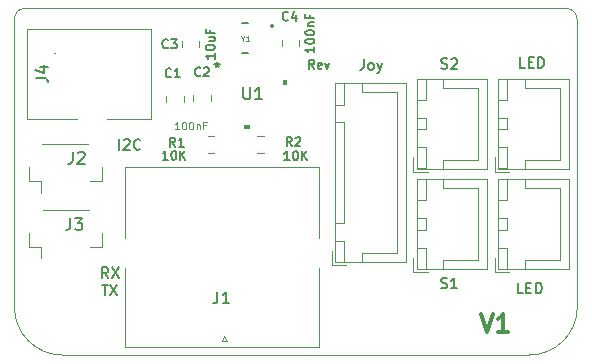
<source format=gbr>
G04 #@! TF.GenerationSoftware,KiCad,Pcbnew,(5.1.5)-3*
G04 #@! TF.CreationDate,2021-12-12T15:29:12-06:00*
G04 #@! TF.ProjectId,InputJoyStickSTM32QFN28,496e7075-744a-46f7-9953-7469636b5354,rev?*
G04 #@! TF.SameCoordinates,Original*
G04 #@! TF.FileFunction,Legend,Top*
G04 #@! TF.FilePolarity,Positive*
%FSLAX46Y46*%
G04 Gerber Fmt 4.6, Leading zero omitted, Abs format (unit mm)*
G04 Created by KiCad (PCBNEW (5.1.5)-3) date 2021-12-12 15:29:12*
%MOMM*%
%LPD*%
G04 APERTURE LIST*
%ADD10C,0.187500*%
%ADD11C,0.152400*%
%ADD12C,0.050000*%
%ADD13C,0.300000*%
%ADD14C,0.120000*%
%ADD15C,0.100000*%
%ADD16C,0.127000*%
%ADD17C,0.200000*%
%ADD18C,0.150000*%
%ADD19C,0.114300*%
%ADD20C,0.120132*%
G04 APERTURE END LIST*
D10*
X162186166Y-89713166D02*
X162186166Y-90348166D01*
X162143833Y-90475166D01*
X162059166Y-90559833D01*
X161932166Y-90602166D01*
X161847500Y-90602166D01*
X162736500Y-90602166D02*
X162651833Y-90559833D01*
X162609500Y-90517500D01*
X162567166Y-90432833D01*
X162567166Y-90178833D01*
X162609500Y-90094166D01*
X162651833Y-90051833D01*
X162736500Y-90009500D01*
X162863500Y-90009500D01*
X162948166Y-90051833D01*
X162990500Y-90094166D01*
X163032833Y-90178833D01*
X163032833Y-90432833D01*
X162990500Y-90517500D01*
X162948166Y-90559833D01*
X162863500Y-90602166D01*
X162736500Y-90602166D01*
X163329166Y-90009500D02*
X163540833Y-90602166D01*
X163752500Y-90009500D02*
X163540833Y-90602166D01*
X163456166Y-90813833D01*
X163413833Y-90856166D01*
X163329166Y-90898500D01*
D11*
X175628500Y-109502166D02*
X175205166Y-109502166D01*
X175205166Y-108613166D01*
X175924833Y-109036500D02*
X176221166Y-109036500D01*
X176348166Y-109502166D02*
X175924833Y-109502166D01*
X175924833Y-108613166D01*
X176348166Y-108613166D01*
X176729166Y-109502166D02*
X176729166Y-108613166D01*
X176940833Y-108613166D01*
X177067833Y-108655500D01*
X177152500Y-108740166D01*
X177194833Y-108824833D01*
X177237166Y-108994166D01*
X177237166Y-109121166D01*
X177194833Y-109290500D01*
X177152500Y-109375166D01*
X177067833Y-109459833D01*
X176940833Y-109502166D01*
X176729166Y-109502166D01*
X175828500Y-90402166D02*
X175405166Y-90402166D01*
X175405166Y-89513166D01*
X176124833Y-89936500D02*
X176421166Y-89936500D01*
X176548166Y-90402166D02*
X176124833Y-90402166D01*
X176124833Y-89513166D01*
X176548166Y-89513166D01*
X176929166Y-90402166D02*
X176929166Y-89513166D01*
X177140833Y-89513166D01*
X177267833Y-89555500D01*
X177352500Y-89640166D01*
X177394833Y-89724833D01*
X177437166Y-89894166D01*
X177437166Y-90021166D01*
X177394833Y-90190500D01*
X177352500Y-90275166D01*
X177267833Y-90359833D01*
X177140833Y-90402166D01*
X176929166Y-90402166D01*
D10*
X168722666Y-90459833D02*
X168849666Y-90502166D01*
X169061333Y-90502166D01*
X169146000Y-90459833D01*
X169188333Y-90417500D01*
X169230666Y-90332833D01*
X169230666Y-90248166D01*
X169188333Y-90163500D01*
X169146000Y-90121166D01*
X169061333Y-90078833D01*
X168892000Y-90036500D01*
X168807333Y-89994166D01*
X168765000Y-89951833D01*
X168722666Y-89867166D01*
X168722666Y-89782500D01*
X168765000Y-89697833D01*
X168807333Y-89655500D01*
X168892000Y-89613166D01*
X169103666Y-89613166D01*
X169230666Y-89655500D01*
X169569333Y-89697833D02*
X169611666Y-89655500D01*
X169696333Y-89613166D01*
X169908000Y-89613166D01*
X169992666Y-89655500D01*
X170035000Y-89697833D01*
X170077333Y-89782500D01*
X170077333Y-89867166D01*
X170035000Y-89994166D01*
X169527000Y-90502166D01*
X170077333Y-90502166D01*
D12*
X179279873Y-85389743D02*
G75*
G02X180239940Y-86360000I-5095J-965162D01*
G01*
X132588000Y-86296602D02*
G75*
G02X133489685Y-85389720I901685J5182D01*
G01*
D11*
X140517033Y-108193416D02*
X140220700Y-107770083D01*
X140009033Y-108193416D02*
X140009033Y-107304416D01*
X140347700Y-107304416D01*
X140432366Y-107346750D01*
X140474700Y-107389083D01*
X140517033Y-107473750D01*
X140517033Y-107600750D01*
X140474700Y-107685416D01*
X140432366Y-107727750D01*
X140347700Y-107770083D01*
X140009033Y-107770083D01*
X140813366Y-107304416D02*
X141406033Y-108193416D01*
X141406033Y-107304416D02*
X140813366Y-108193416D01*
X139987866Y-108790316D02*
X140495866Y-108790316D01*
X140241866Y-109679316D02*
X140241866Y-108790316D01*
X140707533Y-108790316D02*
X141300200Y-109679316D01*
X141300200Y-108790316D02*
X140707533Y-109679316D01*
D13*
X172085714Y-111278571D02*
X172585714Y-112778571D01*
X173085714Y-111278571D01*
X174371428Y-112778571D02*
X173514285Y-112778571D01*
X173942857Y-112778571D02*
X173942857Y-111278571D01*
X173800000Y-111492857D01*
X173657142Y-111635714D01*
X173514285Y-111707142D01*
D11*
X141448366Y-97353966D02*
X141448366Y-96464966D01*
X141829366Y-96549633D02*
X141871700Y-96507300D01*
X141956366Y-96464966D01*
X142168033Y-96464966D01*
X142252700Y-96507300D01*
X142295033Y-96549633D01*
X142337366Y-96634300D01*
X142337366Y-96718966D01*
X142295033Y-96845966D01*
X141787033Y-97353966D01*
X142337366Y-97353966D01*
X143226366Y-97269300D02*
X143184033Y-97311633D01*
X143057033Y-97353966D01*
X142972366Y-97353966D01*
X142845366Y-97311633D01*
X142760700Y-97226966D01*
X142718366Y-97142300D01*
X142676033Y-96972966D01*
X142676033Y-96845966D01*
X142718366Y-96676633D01*
X142760700Y-96591966D01*
X142845366Y-96507300D01*
X142972366Y-96464966D01*
X143057033Y-96464966D01*
X143184033Y-96507300D01*
X143226366Y-96549633D01*
X157985460Y-90486774D02*
X157731460Y-90123917D01*
X157550031Y-90486774D02*
X157550031Y-89724774D01*
X157840317Y-89724774D01*
X157912888Y-89761060D01*
X157949174Y-89797345D01*
X157985460Y-89869917D01*
X157985460Y-89978774D01*
X157949174Y-90051345D01*
X157912888Y-90087631D01*
X157840317Y-90123917D01*
X157550031Y-90123917D01*
X158602317Y-90450488D02*
X158529745Y-90486774D01*
X158384602Y-90486774D01*
X158312031Y-90450488D01*
X158275745Y-90377917D01*
X158275745Y-90087631D01*
X158312031Y-90015060D01*
X158384602Y-89978774D01*
X158529745Y-89978774D01*
X158602317Y-90015060D01*
X158638602Y-90087631D01*
X158638602Y-90160202D01*
X158275745Y-90232774D01*
X158892602Y-89978774D02*
X159074031Y-90486774D01*
X159255460Y-89978774D01*
D10*
X168722666Y-109059833D02*
X168849666Y-109102166D01*
X169061333Y-109102166D01*
X169146000Y-109059833D01*
X169188333Y-109017500D01*
X169230666Y-108932833D01*
X169230666Y-108848166D01*
X169188333Y-108763500D01*
X169146000Y-108721166D01*
X169061333Y-108678833D01*
X168892000Y-108636500D01*
X168807333Y-108594166D01*
X168765000Y-108551833D01*
X168722666Y-108467166D01*
X168722666Y-108382500D01*
X168765000Y-108297833D01*
X168807333Y-108255500D01*
X168892000Y-108213166D01*
X169103666Y-108213166D01*
X169230666Y-108255500D01*
X170077333Y-109102166D02*
X169569333Y-109102166D01*
X169823333Y-109102166D02*
X169823333Y-108213166D01*
X169738666Y-108340166D01*
X169654000Y-108424833D01*
X169569333Y-108467166D01*
D12*
X132588000Y-110680500D02*
X132588000Y-86296602D01*
X136652000Y-114744500D02*
G75*
G02X132588000Y-110680500I0J4064000D01*
G01*
X176153080Y-114744500D02*
X136652000Y-114744500D01*
X180239940Y-86360000D02*
X180250164Y-110667800D01*
X180250164Y-110670340D02*
G75*
G02X176153080Y-114744500I-4074224J0D01*
G01*
X179279820Y-85389720D02*
X133489685Y-85389720D01*
D14*
X159450000Y-107150000D02*
X160700000Y-107150000D01*
X159450000Y-105900000D02*
X159450000Y-107150000D01*
X164950000Y-92500000D02*
X164950000Y-99300000D01*
X162000000Y-92500000D02*
X164950000Y-92500000D01*
X162000000Y-91750000D02*
X162000000Y-92500000D01*
X164950000Y-106100000D02*
X164950000Y-99300000D01*
X162000000Y-106100000D02*
X164950000Y-106100000D01*
X162000000Y-106850000D02*
X162000000Y-106100000D01*
X159750000Y-91750000D02*
X159750000Y-93550000D01*
X160500000Y-91750000D02*
X159750000Y-91750000D01*
X160500000Y-93550000D02*
X160500000Y-91750000D01*
X159750000Y-93550000D02*
X160500000Y-93550000D01*
X159750000Y-105050000D02*
X159750000Y-106850000D01*
X160500000Y-105050000D02*
X159750000Y-105050000D01*
X160500000Y-106850000D02*
X160500000Y-105050000D01*
X159750000Y-106850000D02*
X160500000Y-106850000D01*
X159750000Y-95050000D02*
X159750000Y-103550000D01*
X160500000Y-95050000D02*
X159750000Y-95050000D01*
X160500000Y-103550000D02*
X160500000Y-95050000D01*
X159750000Y-103550000D02*
X160500000Y-103550000D01*
X159740000Y-91740000D02*
X159740000Y-106860000D01*
X165710000Y-91740000D02*
X159740000Y-91740000D01*
X165710000Y-106860000D02*
X165710000Y-91740000D01*
X159740000Y-106860000D02*
X165710000Y-106860000D01*
D15*
G36*
X155590494Y-91440000D02*
G01*
X155590494Y-91821000D01*
X155336494Y-91821000D01*
X155336494Y-91440000D01*
X155590494Y-91440000D01*
G37*
X155590494Y-91440000D02*
X155590494Y-91821000D01*
X155336494Y-91821000D01*
X155336494Y-91440000D01*
X155590494Y-91440000D01*
G36*
X152046940Y-95229934D02*
G01*
X152046940Y-95483934D01*
X152427940Y-95483934D01*
X152427940Y-95229934D01*
X152046940Y-95229934D01*
G37*
X152046940Y-95229934D02*
X152046940Y-95483934D01*
X152427940Y-95483934D01*
X152427940Y-95229934D01*
X152046940Y-95229934D01*
D14*
X148991688Y-97641480D02*
X149514192Y-97641480D01*
X148991688Y-96221480D02*
X149514192Y-96221480D01*
X153169988Y-96226560D02*
X153692492Y-96226560D01*
X153169988Y-97646560D02*
X153692492Y-97646560D01*
X146927240Y-92811968D02*
X146927240Y-93334472D01*
X145457240Y-92811968D02*
X145457240Y-93334472D01*
X149220860Y-92733228D02*
X149220860Y-93255732D01*
X147750860Y-92733228D02*
X147750860Y-93255732D01*
X148245500Y-88650712D02*
X148245500Y-88128208D01*
X146775500Y-88650712D02*
X146775500Y-88128208D01*
X133684380Y-94752160D02*
X137914380Y-94752160D01*
X144184380Y-94752160D02*
X140454380Y-94752160D01*
X133684380Y-87132160D02*
X144184380Y-87132160D01*
X133684380Y-94752160D02*
X133684380Y-87132160D01*
X144184380Y-94752160D02*
X144184380Y-87132160D01*
X135949380Y-89177160D02*
X136014380Y-89177160D01*
X134966000Y-96897600D02*
X138846000Y-96897600D01*
X140016000Y-100017600D02*
X138966000Y-100017600D01*
X140016000Y-98867600D02*
X140016000Y-100017600D01*
X134846000Y-100017600D02*
X134846000Y-101007600D01*
X133796000Y-100017600D02*
X134846000Y-100017600D01*
X133796000Y-98867600D02*
X133796000Y-100017600D01*
X133821400Y-104430200D02*
X133821400Y-105580200D01*
X133821400Y-105580200D02*
X134871400Y-105580200D01*
X134871400Y-105580200D02*
X134871400Y-106570200D01*
X140041400Y-104430200D02*
X140041400Y-105580200D01*
X140041400Y-105580200D02*
X138991400Y-105580200D01*
X134991400Y-102460200D02*
X138871400Y-102460200D01*
X150362920Y-113096040D02*
X150149560Y-113527840D01*
X150588980Y-113527840D02*
X150362920Y-113096040D01*
X150149560Y-113527840D02*
X150588980Y-113527840D01*
X141986660Y-98839020D02*
X158396660Y-98839020D01*
X141986660Y-98839020D02*
X141986660Y-104851200D01*
X141986660Y-114079020D02*
X158396660Y-114079020D01*
X141988540Y-107348020D02*
X141986660Y-114079020D01*
X158396660Y-98839020D02*
X158396660Y-104851200D01*
X158398540Y-107348020D02*
X158396660Y-114079020D01*
X155279020Y-88105482D02*
X155279020Y-88622638D01*
X156699020Y-88105482D02*
X156699020Y-88622638D01*
D16*
X152378220Y-89141620D02*
X151878220Y-89141620D01*
X152378220Y-86641620D02*
X151878220Y-86641620D01*
D17*
X154503220Y-86897620D02*
G75*
G03X154503220Y-86897620I-100000J0D01*
G01*
D14*
X166640000Y-107460000D02*
X172610000Y-107460000D01*
X172610000Y-107460000D02*
X172610000Y-99840000D01*
X172610000Y-99840000D02*
X166640000Y-99840000D01*
X166640000Y-99840000D02*
X166640000Y-107460000D01*
X166650000Y-104150000D02*
X167400000Y-104150000D01*
X167400000Y-104150000D02*
X167400000Y-103150000D01*
X167400000Y-103150000D02*
X166650000Y-103150000D01*
X166650000Y-103150000D02*
X166650000Y-104150000D01*
X166650000Y-107450000D02*
X167400000Y-107450000D01*
X167400000Y-107450000D02*
X167400000Y-105650000D01*
X167400000Y-105650000D02*
X166650000Y-105650000D01*
X166650000Y-105650000D02*
X166650000Y-107450000D01*
X166650000Y-101650000D02*
X167400000Y-101650000D01*
X167400000Y-101650000D02*
X167400000Y-99850000D01*
X167400000Y-99850000D02*
X166650000Y-99850000D01*
X166650000Y-99850000D02*
X166650000Y-101650000D01*
X168900000Y-107450000D02*
X168900000Y-106700000D01*
X168900000Y-106700000D02*
X171850000Y-106700000D01*
X171850000Y-106700000D02*
X171850000Y-103650000D01*
X168900000Y-99850000D02*
X168900000Y-100600000D01*
X168900000Y-100600000D02*
X171850000Y-100600000D01*
X171850000Y-100600000D02*
X171850000Y-103650000D01*
X166350000Y-106500000D02*
X166350000Y-107750000D01*
X166350000Y-107750000D02*
X167600000Y-107750000D01*
X173540000Y-98960000D02*
X179510000Y-98960000D01*
X179510000Y-98960000D02*
X179510000Y-91340000D01*
X179510000Y-91340000D02*
X173540000Y-91340000D01*
X173540000Y-91340000D02*
X173540000Y-98960000D01*
X173550000Y-95650000D02*
X174300000Y-95650000D01*
X174300000Y-95650000D02*
X174300000Y-94650000D01*
X174300000Y-94650000D02*
X173550000Y-94650000D01*
X173550000Y-94650000D02*
X173550000Y-95650000D01*
X173550000Y-98950000D02*
X174300000Y-98950000D01*
X174300000Y-98950000D02*
X174300000Y-97150000D01*
X174300000Y-97150000D02*
X173550000Y-97150000D01*
X173550000Y-97150000D02*
X173550000Y-98950000D01*
X173550000Y-93150000D02*
X174300000Y-93150000D01*
X174300000Y-93150000D02*
X174300000Y-91350000D01*
X174300000Y-91350000D02*
X173550000Y-91350000D01*
X173550000Y-91350000D02*
X173550000Y-93150000D01*
X175800000Y-98950000D02*
X175800000Y-98200000D01*
X175800000Y-98200000D02*
X178750000Y-98200000D01*
X178750000Y-98200000D02*
X178750000Y-95150000D01*
X175800000Y-91350000D02*
X175800000Y-92100000D01*
X175800000Y-92100000D02*
X178750000Y-92100000D01*
X178750000Y-92100000D02*
X178750000Y-95150000D01*
X173250000Y-98000000D02*
X173250000Y-99250000D01*
X173250000Y-99250000D02*
X174500000Y-99250000D01*
X166350000Y-99250000D02*
X167600000Y-99250000D01*
X166350000Y-98000000D02*
X166350000Y-99250000D01*
X171850000Y-92100000D02*
X171850000Y-95150000D01*
X168900000Y-92100000D02*
X171850000Y-92100000D01*
X168900000Y-91350000D02*
X168900000Y-92100000D01*
X171850000Y-98200000D02*
X171850000Y-95150000D01*
X168900000Y-98200000D02*
X171850000Y-98200000D01*
X168900000Y-98950000D02*
X168900000Y-98200000D01*
X166650000Y-91350000D02*
X166650000Y-93150000D01*
X167400000Y-91350000D02*
X166650000Y-91350000D01*
X167400000Y-93150000D02*
X167400000Y-91350000D01*
X166650000Y-93150000D02*
X167400000Y-93150000D01*
X166650000Y-97150000D02*
X166650000Y-98950000D01*
X167400000Y-97150000D02*
X166650000Y-97150000D01*
X167400000Y-98950000D02*
X167400000Y-97150000D01*
X166650000Y-98950000D02*
X167400000Y-98950000D01*
X166650000Y-94650000D02*
X166650000Y-95650000D01*
X167400000Y-94650000D02*
X166650000Y-94650000D01*
X167400000Y-95650000D02*
X167400000Y-94650000D01*
X166650000Y-95650000D02*
X167400000Y-95650000D01*
X166640000Y-91340000D02*
X166640000Y-98960000D01*
X172610000Y-91340000D02*
X166640000Y-91340000D01*
X172610000Y-98960000D02*
X172610000Y-91340000D01*
X166640000Y-98960000D02*
X172610000Y-98960000D01*
X173250000Y-107750000D02*
X174500000Y-107750000D01*
X173250000Y-106500000D02*
X173250000Y-107750000D01*
X178750000Y-100600000D02*
X178750000Y-103650000D01*
X175800000Y-100600000D02*
X178750000Y-100600000D01*
X175800000Y-99850000D02*
X175800000Y-100600000D01*
X178750000Y-106700000D02*
X178750000Y-103650000D01*
X175800000Y-106700000D02*
X178750000Y-106700000D01*
X175800000Y-107450000D02*
X175800000Y-106700000D01*
X173550000Y-99850000D02*
X173550000Y-101650000D01*
X174300000Y-99850000D02*
X173550000Y-99850000D01*
X174300000Y-101650000D02*
X174300000Y-99850000D01*
X173550000Y-101650000D02*
X174300000Y-101650000D01*
X173550000Y-105650000D02*
X173550000Y-107450000D01*
X174300000Y-105650000D02*
X173550000Y-105650000D01*
X174300000Y-107450000D02*
X174300000Y-105650000D01*
X173550000Y-107450000D02*
X174300000Y-107450000D01*
X173550000Y-103150000D02*
X173550000Y-104150000D01*
X174300000Y-103150000D02*
X173550000Y-103150000D01*
X174300000Y-104150000D02*
X174300000Y-103150000D01*
X173550000Y-104150000D02*
X174300000Y-104150000D01*
X173540000Y-99840000D02*
X173540000Y-107460000D01*
X179510000Y-99840000D02*
X173540000Y-99840000D01*
X179510000Y-107460000D02*
X179510000Y-99840000D01*
X173540000Y-107460000D02*
X179510000Y-107460000D01*
D18*
X151975915Y-92083640D02*
X151975915Y-92893164D01*
X152023534Y-92988402D01*
X152071153Y-93036021D01*
X152166391Y-93083640D01*
X152356867Y-93083640D01*
X152452105Y-93036021D01*
X152499724Y-92988402D01*
X152547343Y-92893164D01*
X152547343Y-92083640D01*
X153547343Y-93083640D02*
X152975915Y-93083640D01*
X153261629Y-93083640D02*
X153261629Y-92083640D01*
X153166391Y-92226498D01*
X153071153Y-92321736D01*
X152975915Y-92369355D01*
X149758146Y-89951310D02*
X149758146Y-90189406D01*
X149520050Y-90094168D02*
X149758146Y-90189406D01*
X149996241Y-90094168D01*
X149615288Y-90379882D02*
X149758146Y-90189406D01*
X149901003Y-90379882D01*
X149758146Y-89951310D02*
X149758146Y-90189406D01*
X149520050Y-90094168D02*
X149758146Y-90189406D01*
X149996241Y-90094168D01*
X149615288Y-90379882D02*
X149758146Y-90189406D01*
X149901003Y-90379882D01*
D16*
X146204940Y-97098394D02*
X145950940Y-96735537D01*
X145769511Y-97098394D02*
X145769511Y-96336394D01*
X146059797Y-96336394D01*
X146132368Y-96372680D01*
X146168654Y-96408965D01*
X146204940Y-96481537D01*
X146204940Y-96590394D01*
X146168654Y-96662965D01*
X146132368Y-96699251D01*
X146059797Y-96735537D01*
X145769511Y-96735537D01*
X146930654Y-97098394D02*
X146495225Y-97098394D01*
X146712940Y-97098394D02*
X146712940Y-96336394D01*
X146640368Y-96445251D01*
X146567797Y-96517822D01*
X146495225Y-96554108D01*
X145577197Y-98215994D02*
X145141768Y-98215994D01*
X145359482Y-98215994D02*
X145359482Y-97453994D01*
X145286911Y-97562851D01*
X145214340Y-97635422D01*
X145141768Y-97671708D01*
X146048911Y-97453994D02*
X146121482Y-97453994D01*
X146194054Y-97490280D01*
X146230340Y-97526565D01*
X146266625Y-97599137D01*
X146302911Y-97744280D01*
X146302911Y-97925708D01*
X146266625Y-98070851D01*
X146230340Y-98143422D01*
X146194054Y-98179708D01*
X146121482Y-98215994D01*
X146048911Y-98215994D01*
X145976340Y-98179708D01*
X145940054Y-98143422D01*
X145903768Y-98070851D01*
X145867482Y-97925708D01*
X145867482Y-97744280D01*
X145903768Y-97599137D01*
X145940054Y-97526565D01*
X145976340Y-97490280D01*
X146048911Y-97453994D01*
X146629482Y-98215994D02*
X146629482Y-97453994D01*
X147064911Y-98215994D02*
X146738340Y-97780565D01*
X147064911Y-97453994D02*
X146629482Y-97889422D01*
X156075380Y-97065374D02*
X155821380Y-96702517D01*
X155639951Y-97065374D02*
X155639951Y-96303374D01*
X155930237Y-96303374D01*
X156002808Y-96339660D01*
X156039094Y-96375945D01*
X156075380Y-96448517D01*
X156075380Y-96557374D01*
X156039094Y-96629945D01*
X156002808Y-96666231D01*
X155930237Y-96702517D01*
X155639951Y-96702517D01*
X156365665Y-96375945D02*
X156401951Y-96339660D01*
X156474522Y-96303374D01*
X156655951Y-96303374D01*
X156728522Y-96339660D01*
X156764808Y-96375945D01*
X156801094Y-96448517D01*
X156801094Y-96521088D01*
X156764808Y-96629945D01*
X156329380Y-97065374D01*
X156801094Y-97065374D01*
X155881977Y-98246474D02*
X155446548Y-98246474D01*
X155664262Y-98246474D02*
X155664262Y-97484474D01*
X155591691Y-97593331D01*
X155519120Y-97665902D01*
X155446548Y-97702188D01*
X156353691Y-97484474D02*
X156426262Y-97484474D01*
X156498834Y-97520760D01*
X156535120Y-97557045D01*
X156571405Y-97629617D01*
X156607691Y-97774760D01*
X156607691Y-97956188D01*
X156571405Y-98101331D01*
X156535120Y-98173902D01*
X156498834Y-98210188D01*
X156426262Y-98246474D01*
X156353691Y-98246474D01*
X156281120Y-98210188D01*
X156244834Y-98173902D01*
X156208548Y-98101331D01*
X156172262Y-97956188D01*
X156172262Y-97774760D01*
X156208548Y-97629617D01*
X156244834Y-97557045D01*
X156281120Y-97520760D01*
X156353691Y-97484474D01*
X156934262Y-98246474D02*
X156934262Y-97484474D01*
X157369691Y-98246474D02*
X157043120Y-97811045D01*
X157369691Y-97484474D02*
X156934262Y-97919902D01*
X145856960Y-91166042D02*
X145820674Y-91202328D01*
X145711817Y-91238614D01*
X145639245Y-91238614D01*
X145530388Y-91202328D01*
X145457817Y-91129757D01*
X145421531Y-91057185D01*
X145385245Y-90912042D01*
X145385245Y-90803185D01*
X145421531Y-90658042D01*
X145457817Y-90585471D01*
X145530388Y-90512900D01*
X145639245Y-90476614D01*
X145711817Y-90476614D01*
X145820674Y-90512900D01*
X145856960Y-90549185D01*
X146582674Y-91238614D02*
X146147245Y-91238614D01*
X146364960Y-91238614D02*
X146364960Y-90476614D01*
X146292388Y-90585471D01*
X146219817Y-90658042D01*
X146147245Y-90694328D01*
D19*
X146535381Y-95633781D02*
X146172524Y-95633781D01*
X146353953Y-95633781D02*
X146353953Y-94998781D01*
X146293477Y-95089496D01*
X146233000Y-95149972D01*
X146172524Y-95180210D01*
X146928477Y-94998781D02*
X146988953Y-94998781D01*
X147049429Y-95029020D01*
X147079667Y-95059258D01*
X147109905Y-95119734D01*
X147140143Y-95240686D01*
X147140143Y-95391877D01*
X147109905Y-95512829D01*
X147079667Y-95573305D01*
X147049429Y-95603543D01*
X146988953Y-95633781D01*
X146928477Y-95633781D01*
X146868000Y-95603543D01*
X146837762Y-95573305D01*
X146807524Y-95512829D01*
X146777286Y-95391877D01*
X146777286Y-95240686D01*
X146807524Y-95119734D01*
X146837762Y-95059258D01*
X146868000Y-95029020D01*
X146928477Y-94998781D01*
X147533239Y-94998781D02*
X147593715Y-94998781D01*
X147654191Y-95029020D01*
X147684429Y-95059258D01*
X147714667Y-95119734D01*
X147744905Y-95240686D01*
X147744905Y-95391877D01*
X147714667Y-95512829D01*
X147684429Y-95573305D01*
X147654191Y-95603543D01*
X147593715Y-95633781D01*
X147533239Y-95633781D01*
X147472762Y-95603543D01*
X147442524Y-95573305D01*
X147412286Y-95512829D01*
X147382048Y-95391877D01*
X147382048Y-95240686D01*
X147412286Y-95119734D01*
X147442524Y-95059258D01*
X147472762Y-95029020D01*
X147533239Y-94998781D01*
X148017048Y-95210448D02*
X148017048Y-95633781D01*
X148017048Y-95270924D02*
X148047286Y-95240686D01*
X148107762Y-95210448D01*
X148198477Y-95210448D01*
X148258953Y-95240686D01*
X148289191Y-95301162D01*
X148289191Y-95633781D01*
X148803239Y-95301162D02*
X148591572Y-95301162D01*
X148591572Y-95633781D02*
X148591572Y-94998781D01*
X148893953Y-94998781D01*
D16*
X148338540Y-91072062D02*
X148302254Y-91108348D01*
X148193397Y-91144634D01*
X148120825Y-91144634D01*
X148011968Y-91108348D01*
X147939397Y-91035777D01*
X147903111Y-90963205D01*
X147866825Y-90818062D01*
X147866825Y-90709205D01*
X147903111Y-90564062D01*
X147939397Y-90491491D01*
X148011968Y-90418920D01*
X148120825Y-90382634D01*
X148193397Y-90382634D01*
X148302254Y-90418920D01*
X148338540Y-90455205D01*
X148628825Y-90455205D02*
X148665111Y-90418920D01*
X148737682Y-90382634D01*
X148919111Y-90382634D01*
X148991682Y-90418920D01*
X149027968Y-90455205D01*
X149064254Y-90527777D01*
X149064254Y-90600348D01*
X149027968Y-90709205D01*
X148592540Y-91144634D01*
X149064254Y-91144634D01*
X145592800Y-88699702D02*
X145556514Y-88735988D01*
X145447657Y-88772274D01*
X145375085Y-88772274D01*
X145266228Y-88735988D01*
X145193657Y-88663417D01*
X145157371Y-88590845D01*
X145121085Y-88445702D01*
X145121085Y-88336845D01*
X145157371Y-88191702D01*
X145193657Y-88119131D01*
X145266228Y-88046560D01*
X145375085Y-88010274D01*
X145447657Y-88010274D01*
X145556514Y-88046560D01*
X145592800Y-88082845D01*
X145846800Y-88010274D02*
X146318514Y-88010274D01*
X146064514Y-88300560D01*
X146173371Y-88300560D01*
X146245942Y-88336845D01*
X146282228Y-88373131D01*
X146318514Y-88445702D01*
X146318514Y-88627131D01*
X146282228Y-88699702D01*
X146245942Y-88735988D01*
X146173371Y-88772274D01*
X145955657Y-88772274D01*
X145883085Y-88735988D01*
X145846800Y-88699702D01*
X149535214Y-89205888D02*
X149535214Y-89641317D01*
X149535214Y-89423602D02*
X148773214Y-89423602D01*
X148882071Y-89496174D01*
X148954642Y-89568745D01*
X148990928Y-89641317D01*
X148773214Y-88734174D02*
X148773214Y-88661602D01*
X148809500Y-88589031D01*
X148845785Y-88552745D01*
X148918357Y-88516460D01*
X149063500Y-88480174D01*
X149244928Y-88480174D01*
X149390071Y-88516460D01*
X149462642Y-88552745D01*
X149498928Y-88589031D01*
X149535214Y-88661602D01*
X149535214Y-88734174D01*
X149498928Y-88806745D01*
X149462642Y-88843031D01*
X149390071Y-88879317D01*
X149244928Y-88915602D01*
X149063500Y-88915602D01*
X148918357Y-88879317D01*
X148845785Y-88843031D01*
X148809500Y-88806745D01*
X148773214Y-88734174D01*
X149027214Y-87827031D02*
X149535214Y-87827031D01*
X149027214Y-88153602D02*
X149426357Y-88153602D01*
X149498928Y-88117317D01*
X149535214Y-88044745D01*
X149535214Y-87935888D01*
X149498928Y-87863317D01*
X149462642Y-87827031D01*
X149136071Y-87210174D02*
X149136071Y-87464174D01*
X149535214Y-87464174D02*
X148773214Y-87464174D01*
X148773214Y-87101317D01*
D18*
X134401760Y-91275493D02*
X135116046Y-91275493D01*
X135258903Y-91323112D01*
X135354141Y-91418350D01*
X135401760Y-91561207D01*
X135401760Y-91656445D01*
X134735094Y-90370731D02*
X135401760Y-90370731D01*
X134354141Y-90608826D02*
X135068427Y-90846921D01*
X135068427Y-90227874D01*
X137542946Y-97549720D02*
X137542946Y-98264006D01*
X137495327Y-98406863D01*
X137400089Y-98502101D01*
X137257232Y-98549720D01*
X137161994Y-98549720D01*
X137971518Y-97644959D02*
X138019137Y-97597340D01*
X138114375Y-97549720D01*
X138352470Y-97549720D01*
X138447708Y-97597340D01*
X138495327Y-97644959D01*
X138542946Y-97740197D01*
X138542946Y-97835435D01*
X138495327Y-97978292D01*
X137923899Y-98549720D01*
X138542946Y-98549720D01*
X137329586Y-103150420D02*
X137329586Y-103864706D01*
X137281967Y-104007563D01*
X137186729Y-104102801D01*
X137043872Y-104150420D01*
X136948634Y-104150420D01*
X137710539Y-103150420D02*
X138329586Y-103150420D01*
X137996253Y-103531373D01*
X138139110Y-103531373D01*
X138234348Y-103578992D01*
X138281967Y-103626611D01*
X138329586Y-103721849D01*
X138329586Y-103959944D01*
X138281967Y-104055182D01*
X138234348Y-104102801D01*
X138139110Y-104150420D01*
X137853396Y-104150420D01*
X137758158Y-104102801D01*
X137710539Y-104055182D01*
X149780666Y-109378500D02*
X149780666Y-110092786D01*
X149733047Y-110235643D01*
X149637809Y-110330881D01*
X149494952Y-110378500D01*
X149399714Y-110378500D01*
X150780666Y-110378500D02*
X150209238Y-110378500D01*
X150494952Y-110378500D02*
X150494952Y-109378500D01*
X150399714Y-109521358D01*
X150304476Y-109616596D01*
X150209238Y-109664215D01*
X155765500Y-86350202D02*
X155729214Y-86386488D01*
X155620357Y-86422774D01*
X155547785Y-86422774D01*
X155438928Y-86386488D01*
X155366357Y-86313917D01*
X155330071Y-86241345D01*
X155293785Y-86096202D01*
X155293785Y-85987345D01*
X155330071Y-85842202D01*
X155366357Y-85769631D01*
X155438928Y-85697060D01*
X155547785Y-85660774D01*
X155620357Y-85660774D01*
X155729214Y-85697060D01*
X155765500Y-85733345D01*
X156418642Y-85914774D02*
X156418642Y-86422774D01*
X156237214Y-85624488D02*
X156055785Y-86168774D01*
X156527500Y-86168774D01*
X157994894Y-88694985D02*
X157994894Y-89130414D01*
X157994894Y-88912700D02*
X157232894Y-88912700D01*
X157341751Y-88985271D01*
X157414322Y-89057842D01*
X157450608Y-89130414D01*
X157232894Y-88223271D02*
X157232894Y-88150700D01*
X157269180Y-88078128D01*
X157305465Y-88041842D01*
X157378037Y-88005557D01*
X157523180Y-87969271D01*
X157704608Y-87969271D01*
X157849751Y-88005557D01*
X157922322Y-88041842D01*
X157958608Y-88078128D01*
X157994894Y-88150700D01*
X157994894Y-88223271D01*
X157958608Y-88295842D01*
X157922322Y-88332128D01*
X157849751Y-88368414D01*
X157704608Y-88404700D01*
X157523180Y-88404700D01*
X157378037Y-88368414D01*
X157305465Y-88332128D01*
X157269180Y-88295842D01*
X157232894Y-88223271D01*
X157232894Y-87497557D02*
X157232894Y-87424985D01*
X157269180Y-87352414D01*
X157305465Y-87316128D01*
X157378037Y-87279842D01*
X157523180Y-87243557D01*
X157704608Y-87243557D01*
X157849751Y-87279842D01*
X157922322Y-87316128D01*
X157958608Y-87352414D01*
X157994894Y-87424985D01*
X157994894Y-87497557D01*
X157958608Y-87570128D01*
X157922322Y-87606414D01*
X157849751Y-87642700D01*
X157704608Y-87678985D01*
X157523180Y-87678985D01*
X157378037Y-87642700D01*
X157305465Y-87606414D01*
X157269180Y-87570128D01*
X157232894Y-87497557D01*
X157486894Y-86916985D02*
X157994894Y-86916985D01*
X157559465Y-86916985D02*
X157523180Y-86880700D01*
X157486894Y-86808128D01*
X157486894Y-86699271D01*
X157523180Y-86626700D01*
X157595751Y-86590414D01*
X157994894Y-86590414D01*
X157595751Y-85973557D02*
X157595751Y-86227557D01*
X157994894Y-86227557D02*
X157232894Y-86227557D01*
X157232894Y-85864700D01*
D20*
X151909557Y-87969078D02*
X151909557Y-88197901D01*
X151749381Y-87717374D02*
X151909557Y-87969078D01*
X152069733Y-87717374D01*
X152481613Y-88197901D02*
X152207026Y-88197901D01*
X152344320Y-88197901D02*
X152344320Y-87717374D01*
X152298555Y-87786020D01*
X152252791Y-87831785D01*
X152207026Y-87854667D01*
D18*
M02*

</source>
